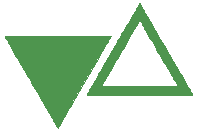
<source format=gbr>
%TF.GenerationSoftware,KiCad,Pcbnew,(5.1.11)-1*%
%TF.CreationDate,2022-10-09T01:58:47+07:00*%
%TF.ProjectId,Eclipse60,45636c69-7073-4653-9630-2e6b69636164,rev?*%
%TF.SameCoordinates,Original*%
%TF.FileFunction,Legend,Top*%
%TF.FilePolarity,Positive*%
%FSLAX46Y46*%
G04 Gerber Fmt 4.6, Leading zero omitted, Abs format (unit mm)*
G04 Created by KiCad (PCBNEW (5.1.11)-1) date 2022-10-09 01:58:47*
%MOMM*%
%LPD*%
G01*
G04 APERTURE LIST*
%ADD10C,0.010000*%
G04 APERTURE END LIST*
D10*
%TO.C,G\u002A\u002A\u002A*%
G36*
X193354581Y-110412116D02*
G01*
X193624930Y-110412138D01*
X193890529Y-110412175D01*
X194150888Y-110412226D01*
X194405512Y-110412291D01*
X194653909Y-110412368D01*
X194895587Y-110412459D01*
X195130052Y-110412561D01*
X195356812Y-110412675D01*
X195575374Y-110412801D01*
X195785245Y-110412938D01*
X195985932Y-110413085D01*
X196176943Y-110413242D01*
X196357785Y-110413408D01*
X196527965Y-110413584D01*
X196686990Y-110413768D01*
X196834368Y-110413960D01*
X196969605Y-110414160D01*
X197092209Y-110414368D01*
X197201687Y-110414582D01*
X197297546Y-110414803D01*
X197379294Y-110415030D01*
X197446438Y-110415262D01*
X197498484Y-110415499D01*
X197534941Y-110415741D01*
X197555315Y-110415987D01*
X197559750Y-110416168D01*
X197555564Y-110423765D01*
X197543207Y-110445502D01*
X197522980Y-110480857D01*
X197495184Y-110529310D01*
X197460120Y-110590339D01*
X197418090Y-110663422D01*
X197369393Y-110748039D01*
X197314331Y-110843667D01*
X197253206Y-110949786D01*
X197186317Y-111065874D01*
X197113967Y-111191410D01*
X197036456Y-111325872D01*
X196954086Y-111468739D01*
X196867156Y-111619489D01*
X196775969Y-111777602D01*
X196680825Y-111942555D01*
X196582025Y-112113828D01*
X196479871Y-112290898D01*
X196374663Y-112473245D01*
X196266703Y-112660347D01*
X196156291Y-112851683D01*
X196043728Y-113046732D01*
X195929316Y-113244971D01*
X195813355Y-113445880D01*
X195696147Y-113648937D01*
X195577992Y-113853621D01*
X195459192Y-114059410D01*
X195340047Y-114265783D01*
X195220859Y-114472219D01*
X195101929Y-114678197D01*
X194983557Y-114883194D01*
X194866045Y-115086689D01*
X194749694Y-115288162D01*
X194634804Y-115487090D01*
X194521678Y-115682952D01*
X194410614Y-115875228D01*
X194301916Y-116063395D01*
X194195884Y-116246932D01*
X194092818Y-116425317D01*
X193993020Y-116598031D01*
X193896791Y-116764550D01*
X193804432Y-116924353D01*
X193716244Y-117076920D01*
X193632528Y-117221728D01*
X193553585Y-117358257D01*
X193479716Y-117485985D01*
X193411222Y-117604390D01*
X193348403Y-117712952D01*
X193291562Y-117811149D01*
X193240999Y-117898458D01*
X193197016Y-117974360D01*
X193159912Y-118038333D01*
X193129989Y-118089855D01*
X193107549Y-118128404D01*
X193092892Y-118153460D01*
X193086319Y-118164502D01*
X193085986Y-118165000D01*
X193083063Y-118161996D01*
X193075693Y-118151189D01*
X193063726Y-118132325D01*
X193047015Y-118105148D01*
X193025412Y-118069405D01*
X192998768Y-118024839D01*
X192966936Y-117971197D01*
X192929766Y-117908222D01*
X192887111Y-117835660D01*
X192838822Y-117753256D01*
X192784752Y-117660755D01*
X192724752Y-117557902D01*
X192658674Y-117444442D01*
X192586369Y-117320121D01*
X192507690Y-117184682D01*
X192422488Y-117037871D01*
X192330616Y-116879433D01*
X192231924Y-116709114D01*
X192126265Y-116526658D01*
X192013490Y-116331809D01*
X191893451Y-116124314D01*
X191766001Y-115903918D01*
X191630990Y-115670364D01*
X191488271Y-115423399D01*
X191337695Y-115162767D01*
X191179115Y-114888213D01*
X191012381Y-114599482D01*
X190843663Y-114307262D01*
X190706519Y-114069699D01*
X190571485Y-113835774D01*
X190438809Y-113605918D01*
X190308738Y-113380559D01*
X190181521Y-113160127D01*
X190057405Y-112945052D01*
X189936637Y-112735762D01*
X189819466Y-112532688D01*
X189706138Y-112336258D01*
X189596902Y-112146902D01*
X189492004Y-111965050D01*
X189391693Y-111791130D01*
X189296216Y-111625572D01*
X189205821Y-111468806D01*
X189120755Y-111321261D01*
X189041266Y-111183366D01*
X188967602Y-111055551D01*
X188900010Y-110938245D01*
X188838737Y-110831878D01*
X188784032Y-110736878D01*
X188736142Y-110653676D01*
X188695315Y-110582700D01*
X188661797Y-110524381D01*
X188635838Y-110479147D01*
X188617684Y-110447428D01*
X188607582Y-110429653D01*
X188605441Y-110425753D01*
X188605944Y-110424747D01*
X188608526Y-110423792D01*
X188613604Y-110422885D01*
X188621598Y-110422026D01*
X188632926Y-110421214D01*
X188648007Y-110420447D01*
X188667261Y-110419724D01*
X188691105Y-110419043D01*
X188719959Y-110418404D01*
X188754242Y-110417805D01*
X188794372Y-110417244D01*
X188840768Y-110416721D01*
X188893849Y-110416235D01*
X188954034Y-110415783D01*
X189021742Y-110415365D01*
X189097392Y-110414980D01*
X189181401Y-110414625D01*
X189274190Y-110414301D01*
X189376177Y-110414005D01*
X189487781Y-110413736D01*
X189609421Y-110413493D01*
X189741515Y-110413276D01*
X189884482Y-110413081D01*
X190038742Y-110412909D01*
X190204713Y-110412758D01*
X190382814Y-110412626D01*
X190573463Y-110412513D01*
X190777080Y-110412417D01*
X190994083Y-110412336D01*
X191224891Y-110412270D01*
X191469924Y-110412218D01*
X191729599Y-110412177D01*
X192004336Y-110412147D01*
X192294553Y-110412127D01*
X192600670Y-110412114D01*
X192923105Y-110412109D01*
X193079977Y-110412108D01*
X193354581Y-110412116D01*
G37*
X193354581Y-110412116D02*
X193624930Y-110412138D01*
X193890529Y-110412175D01*
X194150888Y-110412226D01*
X194405512Y-110412291D01*
X194653909Y-110412368D01*
X194895587Y-110412459D01*
X195130052Y-110412561D01*
X195356812Y-110412675D01*
X195575374Y-110412801D01*
X195785245Y-110412938D01*
X195985932Y-110413085D01*
X196176943Y-110413242D01*
X196357785Y-110413408D01*
X196527965Y-110413584D01*
X196686990Y-110413768D01*
X196834368Y-110413960D01*
X196969605Y-110414160D01*
X197092209Y-110414368D01*
X197201687Y-110414582D01*
X197297546Y-110414803D01*
X197379294Y-110415030D01*
X197446438Y-110415262D01*
X197498484Y-110415499D01*
X197534941Y-110415741D01*
X197555315Y-110415987D01*
X197559750Y-110416168D01*
X197555564Y-110423765D01*
X197543207Y-110445502D01*
X197522980Y-110480857D01*
X197495184Y-110529310D01*
X197460120Y-110590339D01*
X197418090Y-110663422D01*
X197369393Y-110748039D01*
X197314331Y-110843667D01*
X197253206Y-110949786D01*
X197186317Y-111065874D01*
X197113967Y-111191410D01*
X197036456Y-111325872D01*
X196954086Y-111468739D01*
X196867156Y-111619489D01*
X196775969Y-111777602D01*
X196680825Y-111942555D01*
X196582025Y-112113828D01*
X196479871Y-112290898D01*
X196374663Y-112473245D01*
X196266703Y-112660347D01*
X196156291Y-112851683D01*
X196043728Y-113046732D01*
X195929316Y-113244971D01*
X195813355Y-113445880D01*
X195696147Y-113648937D01*
X195577992Y-113853621D01*
X195459192Y-114059410D01*
X195340047Y-114265783D01*
X195220859Y-114472219D01*
X195101929Y-114678197D01*
X194983557Y-114883194D01*
X194866045Y-115086689D01*
X194749694Y-115288162D01*
X194634804Y-115487090D01*
X194521678Y-115682952D01*
X194410614Y-115875228D01*
X194301916Y-116063395D01*
X194195884Y-116246932D01*
X194092818Y-116425317D01*
X193993020Y-116598031D01*
X193896791Y-116764550D01*
X193804432Y-116924353D01*
X193716244Y-117076920D01*
X193632528Y-117221728D01*
X193553585Y-117358257D01*
X193479716Y-117485985D01*
X193411222Y-117604390D01*
X193348403Y-117712952D01*
X193291562Y-117811149D01*
X193240999Y-117898458D01*
X193197016Y-117974360D01*
X193159912Y-118038333D01*
X193129989Y-118089855D01*
X193107549Y-118128404D01*
X193092892Y-118153460D01*
X193086319Y-118164502D01*
X193085986Y-118165000D01*
X193083063Y-118161996D01*
X193075693Y-118151189D01*
X193063726Y-118132325D01*
X193047015Y-118105148D01*
X193025412Y-118069405D01*
X192998768Y-118024839D01*
X192966936Y-117971197D01*
X192929766Y-117908222D01*
X192887111Y-117835660D01*
X192838822Y-117753256D01*
X192784752Y-117660755D01*
X192724752Y-117557902D01*
X192658674Y-117444442D01*
X192586369Y-117320121D01*
X192507690Y-117184682D01*
X192422488Y-117037871D01*
X192330616Y-116879433D01*
X192231924Y-116709114D01*
X192126265Y-116526658D01*
X192013490Y-116331809D01*
X191893451Y-116124314D01*
X191766001Y-115903918D01*
X191630990Y-115670364D01*
X191488271Y-115423399D01*
X191337695Y-115162767D01*
X191179115Y-114888213D01*
X191012381Y-114599482D01*
X190843663Y-114307262D01*
X190706519Y-114069699D01*
X190571485Y-113835774D01*
X190438809Y-113605918D01*
X190308738Y-113380559D01*
X190181521Y-113160127D01*
X190057405Y-112945052D01*
X189936637Y-112735762D01*
X189819466Y-112532688D01*
X189706138Y-112336258D01*
X189596902Y-112146902D01*
X189492004Y-111965050D01*
X189391693Y-111791130D01*
X189296216Y-111625572D01*
X189205821Y-111468806D01*
X189120755Y-111321261D01*
X189041266Y-111183366D01*
X188967602Y-111055551D01*
X188900010Y-110938245D01*
X188838737Y-110831878D01*
X188784032Y-110736878D01*
X188736142Y-110653676D01*
X188695315Y-110582700D01*
X188661797Y-110524381D01*
X188635838Y-110479147D01*
X188617684Y-110447428D01*
X188607582Y-110429653D01*
X188605441Y-110425753D01*
X188605944Y-110424747D01*
X188608526Y-110423792D01*
X188613604Y-110422885D01*
X188621598Y-110422026D01*
X188632926Y-110421214D01*
X188648007Y-110420447D01*
X188667261Y-110419724D01*
X188691105Y-110419043D01*
X188719959Y-110418404D01*
X188754242Y-110417805D01*
X188794372Y-110417244D01*
X188840768Y-110416721D01*
X188893849Y-110416235D01*
X188954034Y-110415783D01*
X189021742Y-110415365D01*
X189097392Y-110414980D01*
X189181401Y-110414625D01*
X189274190Y-110414301D01*
X189376177Y-110414005D01*
X189487781Y-110413736D01*
X189609421Y-110413493D01*
X189741515Y-110413276D01*
X189884482Y-110413081D01*
X190038742Y-110412909D01*
X190204713Y-110412758D01*
X190382814Y-110412626D01*
X190573463Y-110412513D01*
X190777080Y-110412417D01*
X190994083Y-110412336D01*
X191224891Y-110412270D01*
X191469924Y-110412218D01*
X191729599Y-110412177D01*
X192004336Y-110412147D01*
X192294553Y-110412127D01*
X192600670Y-110412114D01*
X192923105Y-110412109D01*
X193079977Y-110412108D01*
X193354581Y-110412116D01*
G36*
X200004461Y-107606786D02*
G01*
X200011867Y-107617656D01*
X200023892Y-107636623D01*
X200040684Y-107663942D01*
X200062390Y-107699866D01*
X200089159Y-107744649D01*
X200121136Y-107798545D01*
X200158471Y-107861807D01*
X200201310Y-107934690D01*
X200249801Y-108017447D01*
X200304092Y-108110332D01*
X200364329Y-108213599D01*
X200430661Y-108327502D01*
X200503236Y-108452294D01*
X200582199Y-108588230D01*
X200667700Y-108735562D01*
X200759886Y-108894546D01*
X200858904Y-109065434D01*
X200964902Y-109248481D01*
X201078026Y-109443940D01*
X201198426Y-109652066D01*
X201326248Y-109873111D01*
X201461640Y-110107330D01*
X201604749Y-110354977D01*
X201755723Y-110616305D01*
X201914709Y-110891569D01*
X202081855Y-111181022D01*
X202243930Y-111461742D01*
X202381076Y-111699311D01*
X202516110Y-111933241D01*
X202648787Y-112163101D01*
X202778857Y-112388464D01*
X202906074Y-112608898D01*
X203030190Y-112823975D01*
X203150957Y-113033266D01*
X203268128Y-113236341D01*
X203381455Y-113432771D01*
X203490691Y-113622127D01*
X203595588Y-113803979D01*
X203695898Y-113977897D01*
X203791374Y-114143453D01*
X203881769Y-114300218D01*
X203966834Y-114447761D01*
X204046322Y-114585653D01*
X204119986Y-114713466D01*
X204187578Y-114830769D01*
X204248850Y-114937134D01*
X204303555Y-115032131D01*
X204351445Y-115115330D01*
X204392273Y-115186303D01*
X204425791Y-115244620D01*
X204451751Y-115289852D01*
X204469907Y-115321569D01*
X204480010Y-115339342D01*
X204482153Y-115343241D01*
X204481550Y-115344230D01*
X204478686Y-115345169D01*
X204473143Y-115346060D01*
X204464503Y-115346904D01*
X204452350Y-115347703D01*
X204436264Y-115348457D01*
X204415830Y-115349168D01*
X204390628Y-115349837D01*
X204360243Y-115350466D01*
X204324255Y-115351055D01*
X204282249Y-115351606D01*
X204233805Y-115352120D01*
X204178507Y-115352598D01*
X204115938Y-115353042D01*
X204045678Y-115353453D01*
X203967312Y-115353832D01*
X203880421Y-115354181D01*
X203784589Y-115354500D01*
X203679396Y-115354791D01*
X203564427Y-115355055D01*
X203439262Y-115355293D01*
X203303486Y-115355507D01*
X203156680Y-115355698D01*
X202998426Y-115355867D01*
X202828308Y-115356015D01*
X202645907Y-115356144D01*
X202450807Y-115356254D01*
X202242589Y-115356348D01*
X202020836Y-115356427D01*
X201785131Y-115356490D01*
X201535055Y-115356541D01*
X201270192Y-115356580D01*
X200990124Y-115356608D01*
X200694434Y-115356627D01*
X200382703Y-115356638D01*
X200054514Y-115356641D01*
X200007522Y-115356641D01*
X199732918Y-115356634D01*
X199462570Y-115356611D01*
X199196970Y-115356574D01*
X198936612Y-115356523D01*
X198681988Y-115356459D01*
X198433591Y-115356381D01*
X198191913Y-115356291D01*
X197957448Y-115356188D01*
X197730688Y-115356074D01*
X197512126Y-115355948D01*
X197302255Y-115355811D01*
X197101567Y-115355664D01*
X196910556Y-115355507D01*
X196729715Y-115355340D01*
X196559535Y-115355165D01*
X196400510Y-115354980D01*
X196253132Y-115354788D01*
X196117895Y-115354587D01*
X195995291Y-115354380D01*
X195885813Y-115354165D01*
X195789953Y-115353944D01*
X195708206Y-115353717D01*
X195641062Y-115353485D01*
X195589015Y-115353247D01*
X195552559Y-115353005D01*
X195532184Y-115352759D01*
X195527750Y-115352577D01*
X195531936Y-115344981D01*
X195544293Y-115323245D01*
X195564520Y-115287890D01*
X195592316Y-115239437D01*
X195627380Y-115178409D01*
X195669410Y-115105326D01*
X195718107Y-115020709D01*
X195773169Y-114925081D01*
X195834295Y-114818962D01*
X195901183Y-114702875D01*
X195934283Y-114645442D01*
X196755012Y-114645442D01*
X200007320Y-114645442D01*
X200295832Y-114645432D01*
X200567838Y-114645403D01*
X200823765Y-114645352D01*
X201064041Y-114645278D01*
X201289094Y-114645181D01*
X201499349Y-114645058D01*
X201695236Y-114644908D01*
X201877180Y-114644730D01*
X202045610Y-114644522D01*
X202200953Y-114644283D01*
X202343636Y-114644012D01*
X202474086Y-114643707D01*
X202592732Y-114643367D01*
X202700000Y-114642990D01*
X202796317Y-114642575D01*
X202882111Y-114642120D01*
X202957809Y-114641625D01*
X203023839Y-114641088D01*
X203080628Y-114640507D01*
X203128604Y-114639881D01*
X203168193Y-114639209D01*
X203199823Y-114638489D01*
X203223922Y-114637719D01*
X203240916Y-114636900D01*
X203251233Y-114636028D01*
X203255301Y-114635103D01*
X203255390Y-114634858D01*
X203250581Y-114626057D01*
X203237674Y-114603265D01*
X203217021Y-114567093D01*
X203188978Y-114518155D01*
X203153897Y-114457062D01*
X203112133Y-114384426D01*
X203064039Y-114300859D01*
X203009970Y-114206975D01*
X202950278Y-114103383D01*
X202885318Y-113990698D01*
X202815444Y-113869530D01*
X202741008Y-113740493D01*
X202662366Y-113604197D01*
X202579871Y-113461256D01*
X202493877Y-113312282D01*
X202404737Y-113157886D01*
X202312806Y-112998680D01*
X202218437Y-112835277D01*
X202121984Y-112668290D01*
X202023800Y-112498329D01*
X201924240Y-112326008D01*
X201823658Y-112151937D01*
X201722406Y-111976731D01*
X201620840Y-111800999D01*
X201519312Y-111625356D01*
X201418177Y-111450412D01*
X201317789Y-111276780D01*
X201218500Y-111105072D01*
X201120666Y-110935901D01*
X201024639Y-110769877D01*
X200930774Y-110607614D01*
X200839424Y-110449724D01*
X200750944Y-110296818D01*
X200665687Y-110149509D01*
X200584006Y-110008409D01*
X200506256Y-109874131D01*
X200432791Y-109747285D01*
X200363963Y-109628484D01*
X200300128Y-109518341D01*
X200241639Y-109417468D01*
X200188849Y-109326476D01*
X200142113Y-109245978D01*
X200101783Y-109176586D01*
X200068215Y-109118912D01*
X200041762Y-109073568D01*
X200022778Y-109041167D01*
X200011616Y-109022320D01*
X200008549Y-109017409D01*
X200004067Y-109024543D01*
X199991472Y-109045729D01*
X199971120Y-109080355D01*
X199943364Y-109127809D01*
X199908558Y-109187478D01*
X199867057Y-109258750D01*
X199819216Y-109341012D01*
X199765387Y-109433652D01*
X199705926Y-109536058D01*
X199641186Y-109647617D01*
X199571522Y-109767716D01*
X199497289Y-109895743D01*
X199418839Y-110031086D01*
X199336528Y-110173133D01*
X199250709Y-110321270D01*
X199161737Y-110474886D01*
X199069967Y-110633368D01*
X198975751Y-110796103D01*
X198879445Y-110962480D01*
X198781403Y-111131885D01*
X198681979Y-111303707D01*
X198581526Y-111477332D01*
X198480400Y-111652149D01*
X198378955Y-111827545D01*
X198277544Y-112002908D01*
X198176522Y-112177624D01*
X198076243Y-112351082D01*
X197977062Y-112522670D01*
X197879332Y-112691774D01*
X197783408Y-112857783D01*
X197689643Y-113020084D01*
X197598393Y-113178064D01*
X197510012Y-113331112D01*
X197424852Y-113478614D01*
X197343270Y-113619959D01*
X197265619Y-113754533D01*
X197192252Y-113881724D01*
X197123526Y-114000921D01*
X197059793Y-114111510D01*
X197001407Y-114212879D01*
X196948724Y-114304416D01*
X196902097Y-114385508D01*
X196861880Y-114455543D01*
X196828428Y-114513908D01*
X196802095Y-114559992D01*
X196783235Y-114593180D01*
X196772202Y-114612862D01*
X196770031Y-114616871D01*
X196755012Y-114645442D01*
X195934283Y-114645442D01*
X195973534Y-114577339D01*
X196051045Y-114442878D01*
X196133416Y-114300011D01*
X196220346Y-114149261D01*
X196311533Y-113991149D01*
X196406677Y-113826196D01*
X196505477Y-113654924D01*
X196607632Y-113477854D01*
X196712840Y-113295507D01*
X196820801Y-113108405D01*
X196931213Y-112917070D01*
X197043776Y-112722022D01*
X197158189Y-112523783D01*
X197274150Y-112322875D01*
X197391358Y-112119818D01*
X197509513Y-111915134D01*
X197628314Y-111709346D01*
X197747459Y-111502973D01*
X197866647Y-111296537D01*
X197985578Y-111090560D01*
X198103950Y-110885563D01*
X198221462Y-110682068D01*
X198337814Y-110480596D01*
X198452704Y-110281668D01*
X198565831Y-110085806D01*
X198676894Y-109893531D01*
X198785593Y-109705364D01*
X198891626Y-109521827D01*
X198994692Y-109343442D01*
X199094490Y-109170729D01*
X199190719Y-109004210D01*
X199283078Y-108844407D01*
X199371267Y-108691840D01*
X199454983Y-108547032D01*
X199533926Y-108410503D01*
X199607796Y-108282775D01*
X199676290Y-108164370D01*
X199739108Y-108055808D01*
X199795949Y-107957612D01*
X199846512Y-107870302D01*
X199890496Y-107794400D01*
X199927600Y-107730427D01*
X199957523Y-107678906D01*
X199979963Y-107640356D01*
X199994620Y-107615300D01*
X200001193Y-107604258D01*
X200001526Y-107603759D01*
X200004461Y-107606786D01*
G37*
X200004461Y-107606786D02*
X200011867Y-107617656D01*
X200023892Y-107636623D01*
X200040684Y-107663942D01*
X200062390Y-107699866D01*
X200089159Y-107744649D01*
X200121136Y-107798545D01*
X200158471Y-107861807D01*
X200201310Y-107934690D01*
X200249801Y-108017447D01*
X200304092Y-108110332D01*
X200364329Y-108213599D01*
X200430661Y-108327502D01*
X200503236Y-108452294D01*
X200582199Y-108588230D01*
X200667700Y-108735562D01*
X200759886Y-108894546D01*
X200858904Y-109065434D01*
X200964902Y-109248481D01*
X201078026Y-109443940D01*
X201198426Y-109652066D01*
X201326248Y-109873111D01*
X201461640Y-110107330D01*
X201604749Y-110354977D01*
X201755723Y-110616305D01*
X201914709Y-110891569D01*
X202081855Y-111181022D01*
X202243930Y-111461742D01*
X202381076Y-111699311D01*
X202516110Y-111933241D01*
X202648787Y-112163101D01*
X202778857Y-112388464D01*
X202906074Y-112608898D01*
X203030190Y-112823975D01*
X203150957Y-113033266D01*
X203268128Y-113236341D01*
X203381455Y-113432771D01*
X203490691Y-113622127D01*
X203595588Y-113803979D01*
X203695898Y-113977897D01*
X203791374Y-114143453D01*
X203881769Y-114300218D01*
X203966834Y-114447761D01*
X204046322Y-114585653D01*
X204119986Y-114713466D01*
X204187578Y-114830769D01*
X204248850Y-114937134D01*
X204303555Y-115032131D01*
X204351445Y-115115330D01*
X204392273Y-115186303D01*
X204425791Y-115244620D01*
X204451751Y-115289852D01*
X204469907Y-115321569D01*
X204480010Y-115339342D01*
X204482153Y-115343241D01*
X204481550Y-115344230D01*
X204478686Y-115345169D01*
X204473143Y-115346060D01*
X204464503Y-115346904D01*
X204452350Y-115347703D01*
X204436264Y-115348457D01*
X204415830Y-115349168D01*
X204390628Y-115349837D01*
X204360243Y-115350466D01*
X204324255Y-115351055D01*
X204282249Y-115351606D01*
X204233805Y-115352120D01*
X204178507Y-115352598D01*
X204115938Y-115353042D01*
X204045678Y-115353453D01*
X203967312Y-115353832D01*
X203880421Y-115354181D01*
X203784589Y-115354500D01*
X203679396Y-115354791D01*
X203564427Y-115355055D01*
X203439262Y-115355293D01*
X203303486Y-115355507D01*
X203156680Y-115355698D01*
X202998426Y-115355867D01*
X202828308Y-115356015D01*
X202645907Y-115356144D01*
X202450807Y-115356254D01*
X202242589Y-115356348D01*
X202020836Y-115356427D01*
X201785131Y-115356490D01*
X201535055Y-115356541D01*
X201270192Y-115356580D01*
X200990124Y-115356608D01*
X200694434Y-115356627D01*
X200382703Y-115356638D01*
X200054514Y-115356641D01*
X200007522Y-115356641D01*
X199732918Y-115356634D01*
X199462570Y-115356611D01*
X199196970Y-115356574D01*
X198936612Y-115356523D01*
X198681988Y-115356459D01*
X198433591Y-115356381D01*
X198191913Y-115356291D01*
X197957448Y-115356188D01*
X197730688Y-115356074D01*
X197512126Y-115355948D01*
X197302255Y-115355811D01*
X197101567Y-115355664D01*
X196910556Y-115355507D01*
X196729715Y-115355340D01*
X196559535Y-115355165D01*
X196400510Y-115354980D01*
X196253132Y-115354788D01*
X196117895Y-115354587D01*
X195995291Y-115354380D01*
X195885813Y-115354165D01*
X195789953Y-115353944D01*
X195708206Y-115353717D01*
X195641062Y-115353485D01*
X195589015Y-115353247D01*
X195552559Y-115353005D01*
X195532184Y-115352759D01*
X195527750Y-115352577D01*
X195531936Y-115344981D01*
X195544293Y-115323245D01*
X195564520Y-115287890D01*
X195592316Y-115239437D01*
X195627380Y-115178409D01*
X195669410Y-115105326D01*
X195718107Y-115020709D01*
X195773169Y-114925081D01*
X195834295Y-114818962D01*
X195901183Y-114702875D01*
X195934283Y-114645442D01*
X196755012Y-114645442D01*
X200007320Y-114645442D01*
X200295832Y-114645432D01*
X200567838Y-114645403D01*
X200823765Y-114645352D01*
X201064041Y-114645278D01*
X201289094Y-114645181D01*
X201499349Y-114645058D01*
X201695236Y-114644908D01*
X201877180Y-114644730D01*
X202045610Y-114644522D01*
X202200953Y-114644283D01*
X202343636Y-114644012D01*
X202474086Y-114643707D01*
X202592732Y-114643367D01*
X202700000Y-114642990D01*
X202796317Y-114642575D01*
X202882111Y-114642120D01*
X202957809Y-114641625D01*
X203023839Y-114641088D01*
X203080628Y-114640507D01*
X203128604Y-114639881D01*
X203168193Y-114639209D01*
X203199823Y-114638489D01*
X203223922Y-114637719D01*
X203240916Y-114636900D01*
X203251233Y-114636028D01*
X203255301Y-114635103D01*
X203255390Y-114634858D01*
X203250581Y-114626057D01*
X203237674Y-114603265D01*
X203217021Y-114567093D01*
X203188978Y-114518155D01*
X203153897Y-114457062D01*
X203112133Y-114384426D01*
X203064039Y-114300859D01*
X203009970Y-114206975D01*
X202950278Y-114103383D01*
X202885318Y-113990698D01*
X202815444Y-113869530D01*
X202741008Y-113740493D01*
X202662366Y-113604197D01*
X202579871Y-113461256D01*
X202493877Y-113312282D01*
X202404737Y-113157886D01*
X202312806Y-112998680D01*
X202218437Y-112835277D01*
X202121984Y-112668290D01*
X202023800Y-112498329D01*
X201924240Y-112326008D01*
X201823658Y-112151937D01*
X201722406Y-111976731D01*
X201620840Y-111800999D01*
X201519312Y-111625356D01*
X201418177Y-111450412D01*
X201317789Y-111276780D01*
X201218500Y-111105072D01*
X201120666Y-110935901D01*
X201024639Y-110769877D01*
X200930774Y-110607614D01*
X200839424Y-110449724D01*
X200750944Y-110296818D01*
X200665687Y-110149509D01*
X200584006Y-110008409D01*
X200506256Y-109874131D01*
X200432791Y-109747285D01*
X200363963Y-109628484D01*
X200300128Y-109518341D01*
X200241639Y-109417468D01*
X200188849Y-109326476D01*
X200142113Y-109245978D01*
X200101783Y-109176586D01*
X200068215Y-109118912D01*
X200041762Y-109073568D01*
X200022778Y-109041167D01*
X200011616Y-109022320D01*
X200008549Y-109017409D01*
X200004067Y-109024543D01*
X199991472Y-109045729D01*
X199971120Y-109080355D01*
X199943364Y-109127809D01*
X199908558Y-109187478D01*
X199867057Y-109258750D01*
X199819216Y-109341012D01*
X199765387Y-109433652D01*
X199705926Y-109536058D01*
X199641186Y-109647617D01*
X199571522Y-109767716D01*
X199497289Y-109895743D01*
X199418839Y-110031086D01*
X199336528Y-110173133D01*
X199250709Y-110321270D01*
X199161737Y-110474886D01*
X199069967Y-110633368D01*
X198975751Y-110796103D01*
X198879445Y-110962480D01*
X198781403Y-111131885D01*
X198681979Y-111303707D01*
X198581526Y-111477332D01*
X198480400Y-111652149D01*
X198378955Y-111827545D01*
X198277544Y-112002908D01*
X198176522Y-112177624D01*
X198076243Y-112351082D01*
X197977062Y-112522670D01*
X197879332Y-112691774D01*
X197783408Y-112857783D01*
X197689643Y-113020084D01*
X197598393Y-113178064D01*
X197510012Y-113331112D01*
X197424852Y-113478614D01*
X197343270Y-113619959D01*
X197265619Y-113754533D01*
X197192252Y-113881724D01*
X197123526Y-114000921D01*
X197059793Y-114111510D01*
X197001407Y-114212879D01*
X196948724Y-114304416D01*
X196902097Y-114385508D01*
X196861880Y-114455543D01*
X196828428Y-114513908D01*
X196802095Y-114559992D01*
X196783235Y-114593180D01*
X196772202Y-114612862D01*
X196770031Y-114616871D01*
X196755012Y-114645442D01*
X195934283Y-114645442D01*
X195973534Y-114577339D01*
X196051045Y-114442878D01*
X196133416Y-114300011D01*
X196220346Y-114149261D01*
X196311533Y-113991149D01*
X196406677Y-113826196D01*
X196505477Y-113654924D01*
X196607632Y-113477854D01*
X196712840Y-113295507D01*
X196820801Y-113108405D01*
X196931213Y-112917070D01*
X197043776Y-112722022D01*
X197158189Y-112523783D01*
X197274150Y-112322875D01*
X197391358Y-112119818D01*
X197509513Y-111915134D01*
X197628314Y-111709346D01*
X197747459Y-111502973D01*
X197866647Y-111296537D01*
X197985578Y-111090560D01*
X198103950Y-110885563D01*
X198221462Y-110682068D01*
X198337814Y-110480596D01*
X198452704Y-110281668D01*
X198565831Y-110085806D01*
X198676894Y-109893531D01*
X198785593Y-109705364D01*
X198891626Y-109521827D01*
X198994692Y-109343442D01*
X199094490Y-109170729D01*
X199190719Y-109004210D01*
X199283078Y-108844407D01*
X199371267Y-108691840D01*
X199454983Y-108547032D01*
X199533926Y-108410503D01*
X199607796Y-108282775D01*
X199676290Y-108164370D01*
X199739108Y-108055808D01*
X199795949Y-107957612D01*
X199846512Y-107870302D01*
X199890496Y-107794400D01*
X199927600Y-107730427D01*
X199957523Y-107678906D01*
X199979963Y-107640356D01*
X199994620Y-107615300D01*
X200001193Y-107604258D01*
X200001526Y-107603759D01*
X200004461Y-107606786D01*
%TD*%
M02*

</source>
